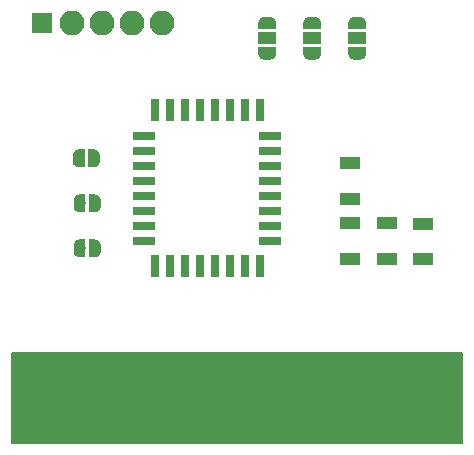
<source format=gbr>
G04 #@! TF.GenerationSoftware,KiCad,Pcbnew,5.0.0-rc2-be01b52~65~ubuntu18.04.1*
G04 #@! TF.CreationDate,2018-06-11T23:06:02+04:00*
G04 #@! TF.ProjectId,interface2_cartridge,696E74657266616365325F6361727472,rev?*
G04 #@! TF.SameCoordinates,Original*
G04 #@! TF.FileFunction,Soldermask,Top*
G04 #@! TF.FilePolarity,Negative*
%FSLAX46Y46*%
G04 Gerber Fmt 4.6, Leading zero omitted, Abs format (unit mm)*
G04 Created by KiCad (PCBNEW 5.0.0-rc2-be01b52~65~ubuntu18.04.1) date Mon Jun 11 23:06:02 2018*
%MOMM*%
%LPD*%
G01*
G04 APERTURE LIST*
%ADD10C,0.150000*%
%ADD11R,1.800000X1.070000*%
%ADD12R,1.500000X0.500000*%
%ADD13C,0.100000*%
%ADD14C,1.000000*%
%ADD15R,1.500000X1.000000*%
%ADD16R,0.700000X1.925000*%
%ADD17R,1.925000X0.700000*%
%ADD18R,1.700000X1.700000*%
%ADD19O,2.100000X2.100000*%
%ADD20R,0.500000X1.500000*%
G04 APERTURE END LIST*
D10*
G04 #@! TO.C,J1*
G36*
X151130000Y-87630000D02*
X151130000Y-80010000D01*
X113030000Y-80010000D01*
X113030000Y-87630000D01*
X151130000Y-87630000D01*
G37*
X151130000Y-87630000D02*
X151130000Y-80010000D01*
X113030000Y-80010000D01*
X113030000Y-87630000D01*
X151130000Y-87630000D01*
G04 #@! TD*
D11*
G04 #@! TO.C,D1*
X141605000Y-68980000D03*
X141605000Y-71990000D03*
G04 #@! TD*
G04 #@! TO.C,D2*
X144780000Y-71990000D03*
X144780000Y-68980000D03*
G04 #@! TD*
G04 #@! TO.C,D3*
X147828000Y-69043500D03*
X147828000Y-72053500D03*
G04 #@! TD*
D12*
G04 #@! TO.C,JP14*
X134620000Y-52340000D03*
D13*
G36*
X134919009Y-51542407D02*
X134967545Y-51549606D01*
X135015142Y-51561529D01*
X135061342Y-51578059D01*
X135105698Y-51599038D01*
X135147785Y-51624264D01*
X135187197Y-51653494D01*
X135223553Y-51686446D01*
X135256505Y-51722802D01*
X135285735Y-51762214D01*
X135310961Y-51804301D01*
X135331940Y-51848657D01*
X135348470Y-51894857D01*
X135360393Y-51942454D01*
X135367592Y-51990990D01*
X135370000Y-52039999D01*
X135370000Y-52040001D01*
X135367592Y-52089010D01*
X135360393Y-52137546D01*
X135348470Y-52185143D01*
X135331940Y-52231343D01*
X135310961Y-52275699D01*
X135285735Y-52317786D01*
X135256505Y-52357198D01*
X135223553Y-52393554D01*
X135187197Y-52426506D01*
X135147785Y-52455736D01*
X135105698Y-52480962D01*
X135061342Y-52501941D01*
X135015142Y-52518471D01*
X134967545Y-52530394D01*
X134919009Y-52537593D01*
X134870000Y-52540001D01*
X134370000Y-52540001D01*
X134320991Y-52537593D01*
X134272455Y-52530394D01*
X134224858Y-52518471D01*
X134178658Y-52501941D01*
X134134302Y-52480962D01*
X134092215Y-52455736D01*
X134052803Y-52426506D01*
X134016447Y-52393554D01*
X133983495Y-52357198D01*
X133954265Y-52317786D01*
X133929039Y-52275699D01*
X133908060Y-52231343D01*
X133891530Y-52185143D01*
X133879607Y-52137546D01*
X133872408Y-52089010D01*
X133870000Y-52040001D01*
X133870000Y-52039999D01*
X133872408Y-51990990D01*
X133879607Y-51942454D01*
X133891530Y-51894857D01*
X133908060Y-51848657D01*
X133929039Y-51804301D01*
X133954265Y-51762214D01*
X133983495Y-51722802D01*
X134016447Y-51686446D01*
X134052803Y-51653494D01*
X134092215Y-51624264D01*
X134134302Y-51599038D01*
X134178658Y-51578059D01*
X134224858Y-51561529D01*
X134272455Y-51549606D01*
X134320991Y-51542407D01*
X134370000Y-51539999D01*
X134870000Y-51539999D01*
X134919009Y-51542407D01*
X134919009Y-51542407D01*
G37*
D14*
X134620000Y-52040000D03*
D15*
X134620000Y-53340000D03*
D12*
X134620000Y-54340000D03*
D13*
G36*
X134919009Y-54142407D02*
X134967545Y-54149606D01*
X135015142Y-54161529D01*
X135061342Y-54178059D01*
X135105698Y-54199038D01*
X135147785Y-54224264D01*
X135187197Y-54253494D01*
X135223553Y-54286446D01*
X135256505Y-54322802D01*
X135285735Y-54362214D01*
X135310961Y-54404301D01*
X135331940Y-54448657D01*
X135348470Y-54494857D01*
X135360393Y-54542454D01*
X135367592Y-54590990D01*
X135370000Y-54639999D01*
X135370000Y-54640001D01*
X135367592Y-54689010D01*
X135360393Y-54737546D01*
X135348470Y-54785143D01*
X135331940Y-54831343D01*
X135310961Y-54875699D01*
X135285735Y-54917786D01*
X135256505Y-54957198D01*
X135223553Y-54993554D01*
X135187197Y-55026506D01*
X135147785Y-55055736D01*
X135105698Y-55080962D01*
X135061342Y-55101941D01*
X135015142Y-55118471D01*
X134967545Y-55130394D01*
X134919009Y-55137593D01*
X134870000Y-55140001D01*
X134370000Y-55140001D01*
X134320991Y-55137593D01*
X134272455Y-55130394D01*
X134224858Y-55118471D01*
X134178658Y-55101941D01*
X134134302Y-55080962D01*
X134092215Y-55055736D01*
X134052803Y-55026506D01*
X134016447Y-54993554D01*
X133983495Y-54957198D01*
X133954265Y-54917786D01*
X133929039Y-54875699D01*
X133908060Y-54831343D01*
X133891530Y-54785143D01*
X133879607Y-54737546D01*
X133872408Y-54689010D01*
X133870000Y-54640001D01*
X133870000Y-54639999D01*
X133872408Y-54590990D01*
X133879607Y-54542454D01*
X133891530Y-54494857D01*
X133908060Y-54448657D01*
X133929039Y-54404301D01*
X133954265Y-54362214D01*
X133983495Y-54322802D01*
X134016447Y-54286446D01*
X134052803Y-54253494D01*
X134092215Y-54224264D01*
X134134302Y-54199038D01*
X134178658Y-54178059D01*
X134224858Y-54161529D01*
X134272455Y-54149606D01*
X134320991Y-54142407D01*
X134370000Y-54139999D01*
X134870000Y-54139999D01*
X134919009Y-54142407D01*
X134919009Y-54142407D01*
G37*
D14*
X134620000Y-54640000D03*
G04 #@! TD*
D13*
G04 #@! TO.C,JP15*
G36*
X138729009Y-54142407D02*
X138777545Y-54149606D01*
X138825142Y-54161529D01*
X138871342Y-54178059D01*
X138915698Y-54199038D01*
X138957785Y-54224264D01*
X138997197Y-54253494D01*
X139033553Y-54286446D01*
X139066505Y-54322802D01*
X139095735Y-54362214D01*
X139120961Y-54404301D01*
X139141940Y-54448657D01*
X139158470Y-54494857D01*
X139170393Y-54542454D01*
X139177592Y-54590990D01*
X139180000Y-54639999D01*
X139180000Y-54640001D01*
X139177592Y-54689010D01*
X139170393Y-54737546D01*
X139158470Y-54785143D01*
X139141940Y-54831343D01*
X139120961Y-54875699D01*
X139095735Y-54917786D01*
X139066505Y-54957198D01*
X139033553Y-54993554D01*
X138997197Y-55026506D01*
X138957785Y-55055736D01*
X138915698Y-55080962D01*
X138871342Y-55101941D01*
X138825142Y-55118471D01*
X138777545Y-55130394D01*
X138729009Y-55137593D01*
X138680000Y-55140001D01*
X138180000Y-55140001D01*
X138130991Y-55137593D01*
X138082455Y-55130394D01*
X138034858Y-55118471D01*
X137988658Y-55101941D01*
X137944302Y-55080962D01*
X137902215Y-55055736D01*
X137862803Y-55026506D01*
X137826447Y-54993554D01*
X137793495Y-54957198D01*
X137764265Y-54917786D01*
X137739039Y-54875699D01*
X137718060Y-54831343D01*
X137701530Y-54785143D01*
X137689607Y-54737546D01*
X137682408Y-54689010D01*
X137680000Y-54640001D01*
X137680000Y-54639999D01*
X137682408Y-54590990D01*
X137689607Y-54542454D01*
X137701530Y-54494857D01*
X137718060Y-54448657D01*
X137739039Y-54404301D01*
X137764265Y-54362214D01*
X137793495Y-54322802D01*
X137826447Y-54286446D01*
X137862803Y-54253494D01*
X137902215Y-54224264D01*
X137944302Y-54199038D01*
X137988658Y-54178059D01*
X138034858Y-54161529D01*
X138082455Y-54149606D01*
X138130991Y-54142407D01*
X138180000Y-54139999D01*
X138680000Y-54139999D01*
X138729009Y-54142407D01*
X138729009Y-54142407D01*
G37*
D14*
X138430000Y-54640000D03*
D12*
X138430000Y-54340000D03*
D15*
X138430000Y-53340000D03*
D13*
G36*
X138729009Y-51542407D02*
X138777545Y-51549606D01*
X138825142Y-51561529D01*
X138871342Y-51578059D01*
X138915698Y-51599038D01*
X138957785Y-51624264D01*
X138997197Y-51653494D01*
X139033553Y-51686446D01*
X139066505Y-51722802D01*
X139095735Y-51762214D01*
X139120961Y-51804301D01*
X139141940Y-51848657D01*
X139158470Y-51894857D01*
X139170393Y-51942454D01*
X139177592Y-51990990D01*
X139180000Y-52039999D01*
X139180000Y-52040001D01*
X139177592Y-52089010D01*
X139170393Y-52137546D01*
X139158470Y-52185143D01*
X139141940Y-52231343D01*
X139120961Y-52275699D01*
X139095735Y-52317786D01*
X139066505Y-52357198D01*
X139033553Y-52393554D01*
X138997197Y-52426506D01*
X138957785Y-52455736D01*
X138915698Y-52480962D01*
X138871342Y-52501941D01*
X138825142Y-52518471D01*
X138777545Y-52530394D01*
X138729009Y-52537593D01*
X138680000Y-52540001D01*
X138180000Y-52540001D01*
X138130991Y-52537593D01*
X138082455Y-52530394D01*
X138034858Y-52518471D01*
X137988658Y-52501941D01*
X137944302Y-52480962D01*
X137902215Y-52455736D01*
X137862803Y-52426506D01*
X137826447Y-52393554D01*
X137793495Y-52357198D01*
X137764265Y-52317786D01*
X137739039Y-52275699D01*
X137718060Y-52231343D01*
X137701530Y-52185143D01*
X137689607Y-52137546D01*
X137682408Y-52089010D01*
X137680000Y-52040001D01*
X137680000Y-52039999D01*
X137682408Y-51990990D01*
X137689607Y-51942454D01*
X137701530Y-51894857D01*
X137718060Y-51848657D01*
X137739039Y-51804301D01*
X137764265Y-51762214D01*
X137793495Y-51722802D01*
X137826447Y-51686446D01*
X137862803Y-51653494D01*
X137902215Y-51624264D01*
X137944302Y-51599038D01*
X137988658Y-51578059D01*
X138034858Y-51561529D01*
X138082455Y-51549606D01*
X138130991Y-51542407D01*
X138180000Y-51539999D01*
X138680000Y-51539999D01*
X138729009Y-51542407D01*
X138729009Y-51542407D01*
G37*
D14*
X138430000Y-52040000D03*
D12*
X138430000Y-52340000D03*
G04 #@! TD*
D13*
G04 #@! TO.C,JP16*
G36*
X142539009Y-54142407D02*
X142587545Y-54149606D01*
X142635142Y-54161529D01*
X142681342Y-54178059D01*
X142725698Y-54199038D01*
X142767785Y-54224264D01*
X142807197Y-54253494D01*
X142843553Y-54286446D01*
X142876505Y-54322802D01*
X142905735Y-54362214D01*
X142930961Y-54404301D01*
X142951940Y-54448657D01*
X142968470Y-54494857D01*
X142980393Y-54542454D01*
X142987592Y-54590990D01*
X142990000Y-54639999D01*
X142990000Y-54640001D01*
X142987592Y-54689010D01*
X142980393Y-54737546D01*
X142968470Y-54785143D01*
X142951940Y-54831343D01*
X142930961Y-54875699D01*
X142905735Y-54917786D01*
X142876505Y-54957198D01*
X142843553Y-54993554D01*
X142807197Y-55026506D01*
X142767785Y-55055736D01*
X142725698Y-55080962D01*
X142681342Y-55101941D01*
X142635142Y-55118471D01*
X142587545Y-55130394D01*
X142539009Y-55137593D01*
X142490000Y-55140001D01*
X141990000Y-55140001D01*
X141940991Y-55137593D01*
X141892455Y-55130394D01*
X141844858Y-55118471D01*
X141798658Y-55101941D01*
X141754302Y-55080962D01*
X141712215Y-55055736D01*
X141672803Y-55026506D01*
X141636447Y-54993554D01*
X141603495Y-54957198D01*
X141574265Y-54917786D01*
X141549039Y-54875699D01*
X141528060Y-54831343D01*
X141511530Y-54785143D01*
X141499607Y-54737546D01*
X141492408Y-54689010D01*
X141490000Y-54640001D01*
X141490000Y-54639999D01*
X141492408Y-54590990D01*
X141499607Y-54542454D01*
X141511530Y-54494857D01*
X141528060Y-54448657D01*
X141549039Y-54404301D01*
X141574265Y-54362214D01*
X141603495Y-54322802D01*
X141636447Y-54286446D01*
X141672803Y-54253494D01*
X141712215Y-54224264D01*
X141754302Y-54199038D01*
X141798658Y-54178059D01*
X141844858Y-54161529D01*
X141892455Y-54149606D01*
X141940991Y-54142407D01*
X141990000Y-54139999D01*
X142490000Y-54139999D01*
X142539009Y-54142407D01*
X142539009Y-54142407D01*
G37*
D14*
X142240000Y-54640000D03*
D12*
X142240000Y-54340000D03*
D15*
X142240000Y-53340000D03*
D13*
G36*
X142539009Y-51542407D02*
X142587545Y-51549606D01*
X142635142Y-51561529D01*
X142681342Y-51578059D01*
X142725698Y-51599038D01*
X142767785Y-51624264D01*
X142807197Y-51653494D01*
X142843553Y-51686446D01*
X142876505Y-51722802D01*
X142905735Y-51762214D01*
X142930961Y-51804301D01*
X142951940Y-51848657D01*
X142968470Y-51894857D01*
X142980393Y-51942454D01*
X142987592Y-51990990D01*
X142990000Y-52039999D01*
X142990000Y-52040001D01*
X142987592Y-52089010D01*
X142980393Y-52137546D01*
X142968470Y-52185143D01*
X142951940Y-52231343D01*
X142930961Y-52275699D01*
X142905735Y-52317786D01*
X142876505Y-52357198D01*
X142843553Y-52393554D01*
X142807197Y-52426506D01*
X142767785Y-52455736D01*
X142725698Y-52480962D01*
X142681342Y-52501941D01*
X142635142Y-52518471D01*
X142587545Y-52530394D01*
X142539009Y-52537593D01*
X142490000Y-52540001D01*
X141990000Y-52540001D01*
X141940991Y-52537593D01*
X141892455Y-52530394D01*
X141844858Y-52518471D01*
X141798658Y-52501941D01*
X141754302Y-52480962D01*
X141712215Y-52455736D01*
X141672803Y-52426506D01*
X141636447Y-52393554D01*
X141603495Y-52357198D01*
X141574265Y-52317786D01*
X141549039Y-52275699D01*
X141528060Y-52231343D01*
X141511530Y-52185143D01*
X141499607Y-52137546D01*
X141492408Y-52089010D01*
X141490000Y-52040001D01*
X141490000Y-52039999D01*
X141492408Y-51990990D01*
X141499607Y-51942454D01*
X141511530Y-51894857D01*
X141528060Y-51848657D01*
X141549039Y-51804301D01*
X141574265Y-51762214D01*
X141603495Y-51722802D01*
X141636447Y-51686446D01*
X141672803Y-51653494D01*
X141712215Y-51624264D01*
X141754302Y-51599038D01*
X141798658Y-51578059D01*
X141844858Y-51561529D01*
X141892455Y-51549606D01*
X141940991Y-51542407D01*
X141990000Y-51539999D01*
X142490000Y-51539999D01*
X142539009Y-51542407D01*
X142539009Y-51542407D01*
G37*
D14*
X142240000Y-52040000D03*
D12*
X142240000Y-52340000D03*
G04 #@! TD*
D11*
G04 #@! TO.C,R1*
X141605000Y-66910000D03*
X141605000Y-63900000D03*
G04 #@! TD*
D16*
G04 #@! TO.C,U1*
X128905000Y-59447500D03*
X127635000Y-59447500D03*
X126365000Y-59447500D03*
X125095000Y-59447500D03*
X130175000Y-59447500D03*
X131445000Y-59447500D03*
X132715000Y-59447500D03*
X133985000Y-59447500D03*
D17*
X124217500Y-61595000D03*
X124217500Y-62865000D03*
X124217500Y-64135000D03*
X124217500Y-65405000D03*
X124217500Y-66675000D03*
X124217500Y-67945000D03*
X124217500Y-69215000D03*
X124217500Y-70485000D03*
D16*
X125095000Y-72632500D03*
X126365000Y-72632500D03*
X127635000Y-72632500D03*
X128905000Y-72632500D03*
X130175000Y-72632500D03*
X131445000Y-72632500D03*
X132715000Y-72632500D03*
X133985000Y-72632500D03*
D17*
X134862500Y-70485000D03*
X134862500Y-69215000D03*
X134862500Y-67945000D03*
X134862500Y-66675000D03*
X134862500Y-65405000D03*
X134862500Y-64135000D03*
X134862500Y-62865000D03*
X134862500Y-61595000D03*
G04 #@! TD*
D18*
G04 #@! TO.C,J2*
X115570000Y-52070000D03*
D19*
X118110000Y-52070000D03*
X120650000Y-52070000D03*
X123190000Y-52070000D03*
X125730000Y-52070000D03*
G04 #@! TD*
D20*
G04 #@! TO.C,JPOE1*
X119710000Y-63500000D03*
X118910000Y-63500000D03*
D13*
G36*
X118709010Y-62752408D02*
X118757546Y-62759607D01*
X118805143Y-62771530D01*
X118851343Y-62788060D01*
X118895699Y-62809039D01*
X118937786Y-62834265D01*
X118977198Y-62863495D01*
X119013554Y-62896447D01*
X119046506Y-62932803D01*
X119075736Y-62972215D01*
X119100962Y-63014302D01*
X119121941Y-63058658D01*
X119138471Y-63104858D01*
X119150394Y-63152455D01*
X119157593Y-63200991D01*
X119160001Y-63250000D01*
X119160001Y-63750000D01*
X119157593Y-63799009D01*
X119150394Y-63847545D01*
X119138471Y-63895142D01*
X119121941Y-63941342D01*
X119100962Y-63985698D01*
X119075736Y-64027785D01*
X119046506Y-64067197D01*
X119013554Y-64103553D01*
X118977198Y-64136505D01*
X118937786Y-64165735D01*
X118895699Y-64190961D01*
X118851343Y-64211940D01*
X118805143Y-64228470D01*
X118757546Y-64240393D01*
X118709010Y-64247592D01*
X118660001Y-64250000D01*
X118659999Y-64250000D01*
X118610990Y-64247592D01*
X118562454Y-64240393D01*
X118514857Y-64228470D01*
X118468657Y-64211940D01*
X118424301Y-64190961D01*
X118382214Y-64165735D01*
X118342802Y-64136505D01*
X118306446Y-64103553D01*
X118273494Y-64067197D01*
X118244264Y-64027785D01*
X118219038Y-63985698D01*
X118198059Y-63941342D01*
X118181529Y-63895142D01*
X118169606Y-63847545D01*
X118162407Y-63799009D01*
X118159999Y-63750000D01*
X118159999Y-63250000D01*
X118162407Y-63200991D01*
X118169606Y-63152455D01*
X118181529Y-63104858D01*
X118198059Y-63058658D01*
X118219038Y-63014302D01*
X118244264Y-62972215D01*
X118273494Y-62932803D01*
X118306446Y-62896447D01*
X118342802Y-62863495D01*
X118382214Y-62834265D01*
X118424301Y-62809039D01*
X118468657Y-62788060D01*
X118514857Y-62771530D01*
X118562454Y-62759607D01*
X118610990Y-62752408D01*
X118659999Y-62750000D01*
X118660001Y-62750000D01*
X118709010Y-62752408D01*
X118709010Y-62752408D01*
G37*
D14*
X118660000Y-63500000D03*
D13*
G36*
X120009010Y-62752408D02*
X120057546Y-62759607D01*
X120105143Y-62771530D01*
X120151343Y-62788060D01*
X120195699Y-62809039D01*
X120237786Y-62834265D01*
X120277198Y-62863495D01*
X120313554Y-62896447D01*
X120346506Y-62932803D01*
X120375736Y-62972215D01*
X120400962Y-63014302D01*
X120421941Y-63058658D01*
X120438471Y-63104858D01*
X120450394Y-63152455D01*
X120457593Y-63200991D01*
X120460001Y-63250000D01*
X120460001Y-63750000D01*
X120457593Y-63799009D01*
X120450394Y-63847545D01*
X120438471Y-63895142D01*
X120421941Y-63941342D01*
X120400962Y-63985698D01*
X120375736Y-64027785D01*
X120346506Y-64067197D01*
X120313554Y-64103553D01*
X120277198Y-64136505D01*
X120237786Y-64165735D01*
X120195699Y-64190961D01*
X120151343Y-64211940D01*
X120105143Y-64228470D01*
X120057546Y-64240393D01*
X120009010Y-64247592D01*
X119960001Y-64250000D01*
X119959999Y-64250000D01*
X119910990Y-64247592D01*
X119862454Y-64240393D01*
X119814857Y-64228470D01*
X119768657Y-64211940D01*
X119724301Y-64190961D01*
X119682214Y-64165735D01*
X119642802Y-64136505D01*
X119606446Y-64103553D01*
X119573494Y-64067197D01*
X119544264Y-64027785D01*
X119519038Y-63985698D01*
X119498059Y-63941342D01*
X119481529Y-63895142D01*
X119469606Y-63847545D01*
X119462407Y-63799009D01*
X119459999Y-63750000D01*
X119459999Y-63250000D01*
X119462407Y-63200991D01*
X119469606Y-63152455D01*
X119481529Y-63104858D01*
X119498059Y-63058658D01*
X119519038Y-63014302D01*
X119544264Y-62972215D01*
X119573494Y-62932803D01*
X119606446Y-62896447D01*
X119642802Y-62863495D01*
X119682214Y-62834265D01*
X119724301Y-62809039D01*
X119768657Y-62788060D01*
X119814857Y-62771530D01*
X119862454Y-62759607D01*
X119910990Y-62752408D01*
X119959999Y-62750000D01*
X119960001Y-62750000D01*
X120009010Y-62752408D01*
X120009010Y-62752408D01*
G37*
D14*
X119960000Y-63500000D03*
G04 #@! TD*
D13*
G04 #@! TO.C,JPWR1*
G36*
X118779010Y-66562408D02*
X118827546Y-66569607D01*
X118875143Y-66581530D01*
X118921343Y-66598060D01*
X118965699Y-66619039D01*
X119007786Y-66644265D01*
X119047198Y-66673495D01*
X119083554Y-66706447D01*
X119116506Y-66742803D01*
X119145736Y-66782215D01*
X119170962Y-66824302D01*
X119191941Y-66868658D01*
X119208471Y-66914858D01*
X119220394Y-66962455D01*
X119227593Y-67010991D01*
X119230001Y-67060000D01*
X119230001Y-67560000D01*
X119227593Y-67609009D01*
X119220394Y-67657545D01*
X119208471Y-67705142D01*
X119191941Y-67751342D01*
X119170962Y-67795698D01*
X119145736Y-67837785D01*
X119116506Y-67877197D01*
X119083554Y-67913553D01*
X119047198Y-67946505D01*
X119007786Y-67975735D01*
X118965699Y-68000961D01*
X118921343Y-68021940D01*
X118875143Y-68038470D01*
X118827546Y-68050393D01*
X118779010Y-68057592D01*
X118730001Y-68060000D01*
X118729999Y-68060000D01*
X118680990Y-68057592D01*
X118632454Y-68050393D01*
X118584857Y-68038470D01*
X118538657Y-68021940D01*
X118494301Y-68000961D01*
X118452214Y-67975735D01*
X118412802Y-67946505D01*
X118376446Y-67913553D01*
X118343494Y-67877197D01*
X118314264Y-67837785D01*
X118289038Y-67795698D01*
X118268059Y-67751342D01*
X118251529Y-67705142D01*
X118239606Y-67657545D01*
X118232407Y-67609009D01*
X118229999Y-67560000D01*
X118229999Y-67060000D01*
X118232407Y-67010991D01*
X118239606Y-66962455D01*
X118251529Y-66914858D01*
X118268059Y-66868658D01*
X118289038Y-66824302D01*
X118314264Y-66782215D01*
X118343494Y-66742803D01*
X118376446Y-66706447D01*
X118412802Y-66673495D01*
X118452214Y-66644265D01*
X118494301Y-66619039D01*
X118538657Y-66598060D01*
X118584857Y-66581530D01*
X118632454Y-66569607D01*
X118680990Y-66562408D01*
X118729999Y-66560000D01*
X118730001Y-66560000D01*
X118779010Y-66562408D01*
X118779010Y-66562408D01*
G37*
D14*
X118730000Y-67310000D03*
D13*
G36*
X120079010Y-66562408D02*
X120127546Y-66569607D01*
X120175143Y-66581530D01*
X120221343Y-66598060D01*
X120265699Y-66619039D01*
X120307786Y-66644265D01*
X120347198Y-66673495D01*
X120383554Y-66706447D01*
X120416506Y-66742803D01*
X120445736Y-66782215D01*
X120470962Y-66824302D01*
X120491941Y-66868658D01*
X120508471Y-66914858D01*
X120520394Y-66962455D01*
X120527593Y-67010991D01*
X120530001Y-67060000D01*
X120530001Y-67560000D01*
X120527593Y-67609009D01*
X120520394Y-67657545D01*
X120508471Y-67705142D01*
X120491941Y-67751342D01*
X120470962Y-67795698D01*
X120445736Y-67837785D01*
X120416506Y-67877197D01*
X120383554Y-67913553D01*
X120347198Y-67946505D01*
X120307786Y-67975735D01*
X120265699Y-68000961D01*
X120221343Y-68021940D01*
X120175143Y-68038470D01*
X120127546Y-68050393D01*
X120079010Y-68057592D01*
X120030001Y-68060000D01*
X120029999Y-68060000D01*
X119980990Y-68057592D01*
X119932454Y-68050393D01*
X119884857Y-68038470D01*
X119838657Y-68021940D01*
X119794301Y-68000961D01*
X119752214Y-67975735D01*
X119712802Y-67946505D01*
X119676446Y-67913553D01*
X119643494Y-67877197D01*
X119614264Y-67837785D01*
X119589038Y-67795698D01*
X119568059Y-67751342D01*
X119551529Y-67705142D01*
X119539606Y-67657545D01*
X119532407Y-67609009D01*
X119529999Y-67560000D01*
X119529999Y-67060000D01*
X119532407Y-67010991D01*
X119539606Y-66962455D01*
X119551529Y-66914858D01*
X119568059Y-66868658D01*
X119589038Y-66824302D01*
X119614264Y-66782215D01*
X119643494Y-66742803D01*
X119676446Y-66706447D01*
X119712802Y-66673495D01*
X119752214Y-66644265D01*
X119794301Y-66619039D01*
X119838657Y-66598060D01*
X119884857Y-66581530D01*
X119932454Y-66569607D01*
X119980990Y-66562408D01*
X120029999Y-66560000D01*
X120030001Y-66560000D01*
X120079010Y-66562408D01*
X120079010Y-66562408D01*
G37*
D14*
X120030000Y-67310000D03*
D20*
X119780000Y-67310000D03*
X118980000Y-67310000D03*
G04 #@! TD*
D13*
G04 #@! TO.C,JPCE1*
G36*
X120079010Y-70372408D02*
X120127546Y-70379607D01*
X120175143Y-70391530D01*
X120221343Y-70408060D01*
X120265699Y-70429039D01*
X120307786Y-70454265D01*
X120347198Y-70483495D01*
X120383554Y-70516447D01*
X120416506Y-70552803D01*
X120445736Y-70592215D01*
X120470962Y-70634302D01*
X120491941Y-70678658D01*
X120508471Y-70724858D01*
X120520394Y-70772455D01*
X120527593Y-70820991D01*
X120530001Y-70870000D01*
X120530001Y-71370000D01*
X120527593Y-71419009D01*
X120520394Y-71467545D01*
X120508471Y-71515142D01*
X120491941Y-71561342D01*
X120470962Y-71605698D01*
X120445736Y-71647785D01*
X120416506Y-71687197D01*
X120383554Y-71723553D01*
X120347198Y-71756505D01*
X120307786Y-71785735D01*
X120265699Y-71810961D01*
X120221343Y-71831940D01*
X120175143Y-71848470D01*
X120127546Y-71860393D01*
X120079010Y-71867592D01*
X120030001Y-71870000D01*
X120029999Y-71870000D01*
X119980990Y-71867592D01*
X119932454Y-71860393D01*
X119884857Y-71848470D01*
X119838657Y-71831940D01*
X119794301Y-71810961D01*
X119752214Y-71785735D01*
X119712802Y-71756505D01*
X119676446Y-71723553D01*
X119643494Y-71687197D01*
X119614264Y-71647785D01*
X119589038Y-71605698D01*
X119568059Y-71561342D01*
X119551529Y-71515142D01*
X119539606Y-71467545D01*
X119532407Y-71419009D01*
X119529999Y-71370000D01*
X119529999Y-70870000D01*
X119532407Y-70820991D01*
X119539606Y-70772455D01*
X119551529Y-70724858D01*
X119568059Y-70678658D01*
X119589038Y-70634302D01*
X119614264Y-70592215D01*
X119643494Y-70552803D01*
X119676446Y-70516447D01*
X119712802Y-70483495D01*
X119752214Y-70454265D01*
X119794301Y-70429039D01*
X119838657Y-70408060D01*
X119884857Y-70391530D01*
X119932454Y-70379607D01*
X119980990Y-70372408D01*
X120029999Y-70370000D01*
X120030001Y-70370000D01*
X120079010Y-70372408D01*
X120079010Y-70372408D01*
G37*
D14*
X120030000Y-71120000D03*
D13*
G36*
X118779010Y-70372408D02*
X118827546Y-70379607D01*
X118875143Y-70391530D01*
X118921343Y-70408060D01*
X118965699Y-70429039D01*
X119007786Y-70454265D01*
X119047198Y-70483495D01*
X119083554Y-70516447D01*
X119116506Y-70552803D01*
X119145736Y-70592215D01*
X119170962Y-70634302D01*
X119191941Y-70678658D01*
X119208471Y-70724858D01*
X119220394Y-70772455D01*
X119227593Y-70820991D01*
X119230001Y-70870000D01*
X119230001Y-71370000D01*
X119227593Y-71419009D01*
X119220394Y-71467545D01*
X119208471Y-71515142D01*
X119191941Y-71561342D01*
X119170962Y-71605698D01*
X119145736Y-71647785D01*
X119116506Y-71687197D01*
X119083554Y-71723553D01*
X119047198Y-71756505D01*
X119007786Y-71785735D01*
X118965699Y-71810961D01*
X118921343Y-71831940D01*
X118875143Y-71848470D01*
X118827546Y-71860393D01*
X118779010Y-71867592D01*
X118730001Y-71870000D01*
X118729999Y-71870000D01*
X118680990Y-71867592D01*
X118632454Y-71860393D01*
X118584857Y-71848470D01*
X118538657Y-71831940D01*
X118494301Y-71810961D01*
X118452214Y-71785735D01*
X118412802Y-71756505D01*
X118376446Y-71723553D01*
X118343494Y-71687197D01*
X118314264Y-71647785D01*
X118289038Y-71605698D01*
X118268059Y-71561342D01*
X118251529Y-71515142D01*
X118239606Y-71467545D01*
X118232407Y-71419009D01*
X118229999Y-71370000D01*
X118229999Y-70870000D01*
X118232407Y-70820991D01*
X118239606Y-70772455D01*
X118251529Y-70724858D01*
X118268059Y-70678658D01*
X118289038Y-70634302D01*
X118314264Y-70592215D01*
X118343494Y-70552803D01*
X118376446Y-70516447D01*
X118412802Y-70483495D01*
X118452214Y-70454265D01*
X118494301Y-70429039D01*
X118538657Y-70408060D01*
X118584857Y-70391530D01*
X118632454Y-70379607D01*
X118680990Y-70372408D01*
X118729999Y-70370000D01*
X118730001Y-70370000D01*
X118779010Y-70372408D01*
X118779010Y-70372408D01*
G37*
D14*
X118730000Y-71120000D03*
D20*
X118980000Y-71120000D03*
X119780000Y-71120000D03*
G04 #@! TD*
M02*

</source>
